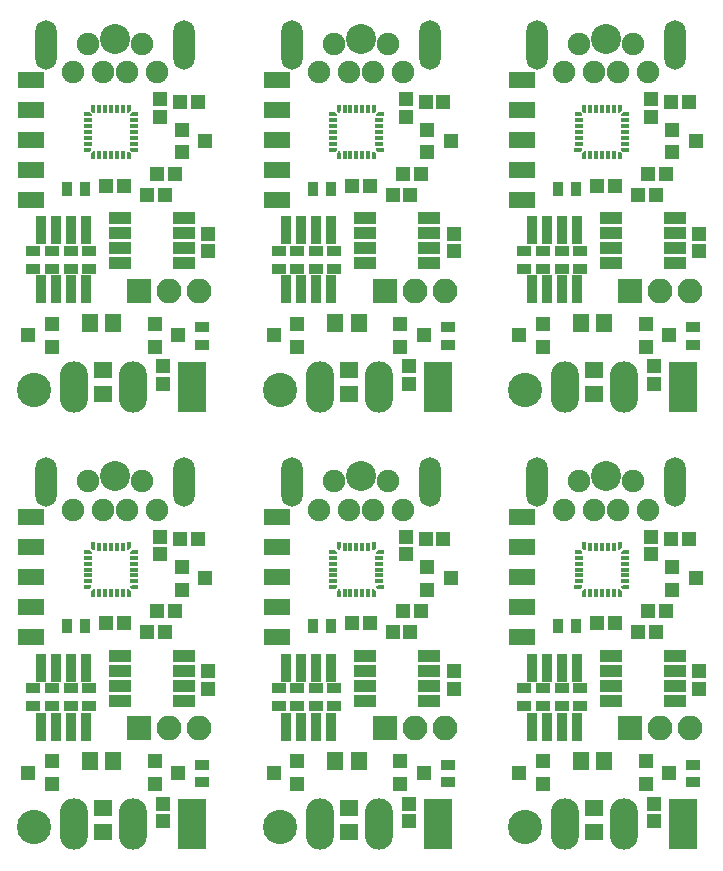
<source format=gts>
%MOIN*%
%OFA0B0*%
%FSLAX46Y46*%
%IPPOS*%
%LPD*%
%ADD10R,0.051181102362204731X0.035433070866141732*%
%ADD11R,0.093700787401574809X0.17165354330708663*%
%ADD12O,0.093700787401574809X0.17165354330708663*%
%ADD13R,0.064960629921259838X0.055118110236220472*%
%ADD14R,0.035748031496062996X0.094488188976377951*%
%ADD15R,0.035433070866141732X0.051181102362204731*%
%ADD16R,0.051181102362204731X0.047244094488188976*%
%ADD17R,0.086614173228346469X0.055118110236220472*%
%ADD18R,0.02763779527559055X0.01188976377952756*%
%ADD19R,0.01188976377952756X0.02763779527559055*%
%ADD20R,0.0040157480314960631X0.0040157480314960631*%
%ADD21C,0.008425196850393701*%
%ADD22C,0.0039370078740157488*%
%ADD23R,0.0059842519685039371X0.0059842519685039371*%
%ADD24R,0.019763779527559058X0.01188976377952756*%
%ADD25R,0.01188976377952756X0.019763779527559058*%
%ADD26C,0.1*%
%ADD27C,0.1141732283464567*%
%ADD28R,0.0452755905511811X0.047244094488188976*%
%ADD29R,0.082677165354330714X0.082677165354330714*%
%ADD30O,0.082677165354330714X0.082677165354330714*%
%ADD31C,0.074848031496062992*%
%ADD32O,0.070866141732283464X0.16535433070866143*%
%ADD33C,0.074803149606299218*%
%ADD34R,0.055118110236220472X0.064960629921259838*%
%ADD35R,0.076771653543307089X0.03937007874015748*%
%ADD36R,0.047244094488188976X0.0452755905511811*%
%ADD47R,0.051181102362204731X0.035433070866141732*%
%ADD48R,0.093700787401574809X0.17165354330708663*%
%ADD49O,0.093700787401574809X0.17165354330708663*%
%ADD50R,0.064960629921259838X0.055118110236220472*%
%ADD51R,0.035748031496062996X0.094488188976377951*%
%ADD52R,0.035433070866141732X0.051181102362204731*%
%ADD53R,0.051181102362204731X0.047244094488188976*%
%ADD54R,0.086614173228346469X0.055118110236220472*%
%ADD55R,0.02763779527559055X0.01188976377952756*%
%ADD56R,0.01188976377952756X0.02763779527559055*%
%ADD57R,0.0040157480314960631X0.0040157480314960631*%
%ADD58C,0.008425196850393701*%
%ADD59C,0.0039370078740157488*%
%ADD60R,0.0059842519685039371X0.0059842519685039371*%
%ADD61R,0.019763779527559058X0.01188976377952756*%
%ADD62R,0.01188976377952756X0.019763779527559058*%
%ADD63C,0.1*%
%ADD64C,0.1141732283464567*%
%ADD65R,0.0452755905511811X0.047244094488188976*%
%ADD66R,0.082677165354330714X0.082677165354330714*%
%ADD67O,0.082677165354330714X0.082677165354330714*%
%ADD68C,0.074848031496062992*%
%ADD69O,0.070866141732283464X0.16535433070866143*%
%ADD70C,0.074803149606299218*%
%ADD71R,0.055118110236220472X0.064960629921259838*%
%ADD72R,0.076771653543307089X0.03937007874015748*%
%ADD73R,0.047244094488188976X0.0452755905511811*%
%ADD84R,0.051181102362204731X0.035433070866141732*%
%ADD85R,0.093700787401574809X0.17165354330708663*%
%ADD86O,0.093700787401574809X0.17165354330708663*%
%ADD87R,0.064960629921259838X0.055118110236220472*%
%ADD88R,0.035748031496062996X0.094488188976377951*%
%ADD89R,0.035433070866141732X0.051181102362204731*%
%ADD90R,0.051181102362204731X0.047244094488188976*%
%ADD91R,0.086614173228346469X0.055118110236220472*%
%ADD92R,0.02763779527559055X0.01188976377952756*%
%ADD93R,0.01188976377952756X0.02763779527559055*%
%ADD94R,0.0040157480314960631X0.0040157480314960631*%
%ADD95C,0.008425196850393701*%
%ADD96C,0.0039370078740157488*%
%ADD97R,0.0059842519685039371X0.0059842519685039371*%
%ADD98R,0.019763779527559058X0.01188976377952756*%
%ADD99R,0.01188976377952756X0.019763779527559058*%
%ADD100C,0.1*%
%ADD101C,0.1141732283464567*%
%ADD102R,0.0452755905511811X0.047244094488188976*%
%ADD103R,0.082677165354330714X0.082677165354330714*%
%ADD104O,0.082677165354330714X0.082677165354330714*%
%ADD105C,0.074848031496062992*%
%ADD106O,0.070866141732283464X0.16535433070866143*%
%ADD107C,0.074803149606299218*%
%ADD108R,0.055118110236220472X0.064960629921259838*%
%ADD109R,0.076771653543307089X0.03937007874015748*%
%ADD110R,0.047244094488188976X0.0452755905511811*%
%ADD121R,0.051181102362204731X0.035433070866141732*%
%ADD122R,0.093700787401574809X0.17165354330708663*%
%ADD123O,0.093700787401574809X0.17165354330708663*%
%ADD124R,0.064960629921259838X0.055118110236220472*%
%ADD125R,0.035748031496062996X0.094488188976377951*%
%ADD126R,0.035433070866141732X0.051181102362204731*%
%ADD127R,0.051181102362204731X0.047244094488188976*%
%ADD128R,0.086614173228346469X0.055118110236220472*%
%ADD129R,0.02763779527559055X0.01188976377952756*%
%ADD130R,0.01188976377952756X0.02763779527559055*%
%ADD131R,0.0040157480314960631X0.0040157480314960631*%
%ADD132C,0.008425196850393701*%
%ADD133C,0.0039370078740157488*%
%ADD134R,0.0059842519685039371X0.0059842519685039371*%
%ADD135R,0.019763779527559058X0.01188976377952756*%
%ADD136R,0.01188976377952756X0.019763779527559058*%
%ADD137C,0.1*%
%ADD138C,0.1141732283464567*%
%ADD139R,0.0452755905511811X0.047244094488188976*%
%ADD140R,0.082677165354330714X0.082677165354330714*%
%ADD141O,0.082677165354330714X0.082677165354330714*%
%ADD142C,0.074848031496062992*%
%ADD143O,0.070866141732283464X0.16535433070866143*%
%ADD144C,0.074803149606299218*%
%ADD145R,0.055118110236220472X0.064960629921259838*%
%ADD146R,0.076771653543307089X0.03937007874015748*%
%ADD147R,0.047244094488188976X0.0452755905511811*%
%ADD158R,0.051181102362204731X0.035433070866141732*%
%ADD159R,0.093700787401574809X0.17165354330708663*%
%ADD160O,0.093700787401574809X0.17165354330708663*%
%ADD161R,0.064960629921259838X0.055118110236220472*%
%ADD162R,0.035748031496062996X0.094488188976377951*%
%ADD163R,0.035433070866141732X0.051181102362204731*%
%ADD164R,0.051181102362204731X0.047244094488188976*%
%ADD165R,0.086614173228346469X0.055118110236220472*%
%ADD166R,0.02763779527559055X0.01188976377952756*%
%ADD167R,0.01188976377952756X0.02763779527559055*%
%ADD168R,0.0040157480314960631X0.0040157480314960631*%
%ADD169C,0.008425196850393701*%
%ADD170C,0.0039370078740157488*%
%ADD171R,0.0059842519685039371X0.0059842519685039371*%
%ADD172R,0.019763779527559058X0.01188976377952756*%
%ADD173R,0.01188976377952756X0.019763779527559058*%
%ADD174C,0.1*%
%ADD175C,0.1141732283464567*%
%ADD176R,0.0452755905511811X0.047244094488188976*%
%ADD177R,0.082677165354330714X0.082677165354330714*%
%ADD178O,0.082677165354330714X0.082677165354330714*%
%ADD179C,0.074848031496062992*%
%ADD180O,0.070866141732283464X0.16535433070866143*%
%ADD181C,0.074803149606299218*%
%ADD182R,0.055118110236220472X0.064960629921259838*%
%ADD183R,0.076771653543307089X0.03937007874015748*%
%ADD184R,0.047244094488188976X0.0452755905511811*%
%ADD195R,0.051181102362204731X0.035433070866141732*%
%ADD196R,0.093700787401574809X0.17165354330708663*%
%ADD197O,0.093700787401574809X0.17165354330708663*%
%ADD198R,0.064960629921259838X0.055118110236220472*%
%ADD199R,0.035748031496062996X0.094488188976377951*%
%ADD200R,0.035433070866141732X0.051181102362204731*%
%ADD201R,0.051181102362204731X0.047244094488188976*%
%ADD202R,0.086614173228346469X0.055118110236220472*%
%ADD203R,0.02763779527559055X0.01188976377952756*%
%ADD204R,0.01188976377952756X0.02763779527559055*%
%ADD205R,0.0040157480314960631X0.0040157480314960631*%
%ADD206C,0.008425196850393701*%
%ADD207C,0.0039370078740157488*%
%ADD208R,0.0059842519685039371X0.0059842519685039371*%
%ADD209R,0.019763779527559058X0.01188976377952756*%
%ADD210R,0.01188976377952756X0.019763779527559058*%
%ADD211C,0.1*%
%ADD212C,0.1141732283464567*%
%ADD213R,0.0452755905511811X0.047244094488188976*%
%ADD214R,0.082677165354330714X0.082677165354330714*%
%ADD215O,0.082677165354330714X0.082677165354330714*%
%ADD216C,0.074848031496062992*%
%ADD217O,0.070866141732283464X0.16535433070866143*%
%ADD218C,0.074803149606299218*%
%ADD219R,0.055118110236220472X0.064960629921259838*%
%ADD220R,0.076771653543307089X0.03937007874015748*%
%ADD221R,0.047244094488188976X0.0452755905511811*%
%LPD*%
G01*
D10*
X0000818110Y0002798110D02*
X0000946110Y0001962582D03*
X0000946110Y0002021637D03*
D11*
X0001414960Y0001568109D03*
D12*
X0001218110Y0001568109D03*
X0001021258Y0001568109D03*
D13*
X0001118110Y0001623479D03*
X0001118110Y0001544740D03*
D14*
X0000909110Y0002090535D03*
X0000959110Y0002090535D03*
X0001009110Y0002090535D03*
X0001059110Y0002090535D03*
X0001059110Y0001893683D03*
X0001009110Y0001893683D03*
X0000959110Y0001893683D03*
X0000909110Y0001893683D03*
D15*
X0001057637Y0002228110D03*
X0000998582Y0002228110D03*
D16*
X0001378740Y0002425511D03*
X0001378740Y0002350708D03*
X0001457480Y0002388110D03*
D17*
X0000878109Y0002192110D03*
X0000878109Y0002492110D03*
X0000878109Y0002392110D03*
X0000878109Y0002592110D03*
X0000878109Y0002292110D03*
D18*
X0001066535Y0002457165D03*
D19*
X0001103937Y0002494566D03*
X0001182677Y0002494566D03*
D18*
X0001220078Y0002457165D03*
X0001066535Y0002378425D03*
X0001220078Y0002398110D03*
D19*
X0001162992Y0002341023D03*
X0001123622Y0002341023D03*
D20*
X0001088188Y0002362677D03*
X0001088188Y0002472913D03*
X0001198425Y0002472913D03*
X0001198425Y0002362677D03*
D21*
X0001202477Y0002488776D03*
D22*
G36*
X0001208434Y0002488776D02*
X0001202477Y0002482818D01*
X0001196519Y0002488776D01*
X0001202477Y0002494733D01*
X0001208434Y0002488776D01*
X0001208434Y0002488776D01*
G37*
D21*
X0001202677Y0002346814D03*
D22*
G36*
X0001208634Y0002346814D02*
X0001202677Y0002340856D01*
X0001196719Y0002346814D01*
X0001202677Y0002352771D01*
X0001208634Y0002346814D01*
X0001208634Y0002346814D01*
G37*
D21*
X0001083937Y0002488576D03*
D22*
G36*
X0001089894Y0002488576D02*
X0001083937Y0002482618D01*
X0001077979Y0002488576D01*
X0001083937Y0002494533D01*
X0001089894Y0002488576D01*
X0001089894Y0002488576D01*
G37*
D21*
X0001083907Y0002346995D03*
D22*
G36*
X0001089864Y0002346995D02*
X0001083907Y0002341037D01*
X0001077949Y0002346995D01*
X0001083907Y0002352952D01*
X0001089864Y0002346995D01*
X0001089864Y0002346995D01*
G37*
D21*
X0001214288Y0002476965D03*
D22*
G36*
X0001220245Y0002476965D02*
X0001214288Y0002471007D01*
X0001208330Y0002476965D01*
X0001214288Y0002482922D01*
X0001220245Y0002476965D01*
X0001220245Y0002476965D01*
G37*
D21*
X0001214488Y0002358425D03*
D22*
G36*
X0001220445Y0002358425D02*
X0001214488Y0002352467D01*
X0001208530Y0002358425D01*
X0001214488Y0002364382D01*
X0001220445Y0002358425D01*
X0001220445Y0002358425D01*
G37*
D21*
X0001072525Y0002476965D03*
D22*
G36*
X0001078483Y0002476965D02*
X0001072525Y0002471007D01*
X0001066568Y0002476965D01*
X0001072525Y0002482922D01*
X0001078483Y0002476965D01*
X0001078483Y0002476965D01*
G37*
D21*
X0001072107Y0002358595D03*
D22*
G36*
X0001078064Y0002358595D02*
X0001072107Y0002352637D01*
X0001066149Y0002358595D01*
X0001072107Y0002364552D01*
X0001078064Y0002358595D01*
X0001078064Y0002358595D01*
G37*
D23*
X0001075107Y0002361577D03*
X0001075478Y0002474012D03*
X0001086889Y0002485623D03*
X0001199524Y0002485823D03*
X0001211335Y0002474012D03*
X0001211535Y0002361377D03*
X0001199724Y0002349766D03*
X0001086907Y0002349995D03*
D24*
X0001062307Y0002358595D03*
D18*
X0001066535Y0002398110D03*
X0001066535Y0002417795D03*
X0001066535Y0002437480D03*
D24*
X0001062707Y0002476965D03*
D25*
X0001083907Y0002498595D03*
D19*
X0001123622Y0002494566D03*
X0001143307Y0002494566D03*
X0001162992Y0002494566D03*
D25*
X0001202507Y0002498595D03*
D24*
X0001224107Y0002476995D03*
D18*
X0001220078Y0002437480D03*
X0001220078Y0002417795D03*
X0001220078Y0002378425D03*
D24*
X0001224307Y0002358395D03*
D25*
X0001202677Y0002336995D03*
D19*
X0001182677Y0002341023D03*
X0001143307Y0002341023D03*
X0001103937Y0002341023D03*
D25*
X0001083937Y0002337124D03*
D26*
X0001158110Y0002728110D03*
D27*
X0000888110Y0001558110D03*
D28*
X0001318110Y0001637636D03*
X0001318110Y0001578582D03*
D10*
X0001448110Y0001767637D03*
X0001448110Y0001708582D03*
D16*
X0000946850Y0001703307D03*
X0000946850Y0001778110D03*
X0000868110Y0001740708D03*
D29*
X0001238110Y0001888110D03*
D30*
X0001338110Y0001888110D03*
X0001438110Y0001888110D03*
D10*
X0001010110Y0001962582D03*
X0001010110Y0002021637D03*
X0000884109Y0001962582D03*
X0000884109Y0002021637D03*
X0001070110Y0001963055D03*
X0001070110Y0002022110D03*
D16*
X0001289370Y0001778110D03*
X0001289370Y0001703307D03*
X0001368110Y0001740708D03*
D31*
X0001298144Y0002618026D03*
X0001198144Y0002618026D03*
X0001118144Y0002618026D03*
X0001018143Y0002618026D03*
D32*
X0001388110Y0002708110D03*
X0000928110Y0002708110D03*
D33*
X0001068110Y0002713110D03*
X0001248110Y0002713110D03*
D34*
X0001151480Y0001780110D03*
X0001072740Y0001780110D03*
D35*
X0001173811Y0001981110D03*
X0001173811Y0002031110D03*
X0001173811Y0002081109D03*
X0001173811Y0002131110D03*
X0001386409Y0002131110D03*
X0001386409Y0002081109D03*
X0001386409Y0002031110D03*
X0001386409Y0001981110D03*
D28*
X0001467763Y0002079637D03*
X0001467763Y0002020582D03*
D36*
X0001323290Y0002208110D03*
X0001264236Y0002208110D03*
X0001433637Y0002518110D03*
X0001374582Y0002518110D03*
X0001298581Y0002278110D03*
X0001357637Y0002278110D03*
D28*
X0001308110Y0002468582D03*
X0001308110Y0002527637D03*
D36*
X0001128582Y0002238110D03*
X0001187637Y0002238110D03*
G01*
D47*
X0001636220Y0002798110D02*
X0001764220Y0001962582D03*
X0001764220Y0002021637D03*
D48*
X0002233070Y0001568109D03*
D49*
X0002036220Y0001568109D03*
X0001839370Y0001568109D03*
D50*
X0001936220Y0001623479D03*
X0001936220Y0001544740D03*
D51*
X0001727220Y0002090535D03*
X0001777220Y0002090535D03*
X0001827220Y0002090535D03*
X0001877220Y0002090535D03*
X0001877220Y0001893683D03*
X0001827220Y0001893683D03*
X0001777220Y0001893683D03*
X0001727220Y0001893683D03*
D52*
X0001875748Y0002228110D03*
X0001816692Y0002228110D03*
D53*
X0002196850Y0002425511D03*
X0002196850Y0002350708D03*
X0002275590Y0002388110D03*
D54*
X0001696220Y0002192110D03*
X0001696220Y0002492110D03*
X0001696220Y0002392110D03*
X0001696220Y0002592110D03*
X0001696220Y0002292110D03*
D55*
X0001884645Y0002457165D03*
D56*
X0001922047Y0002494566D03*
X0002000786Y0002494566D03*
D55*
X0002038189Y0002457165D03*
X0001884645Y0002378425D03*
X0002038189Y0002398110D03*
D56*
X0001981101Y0002341023D03*
X0001941731Y0002341023D03*
D57*
X0001906299Y0002362677D03*
X0001906299Y0002472913D03*
X0002016535Y0002472913D03*
X0002016535Y0002362677D03*
D58*
X0002020587Y0002488776D03*
D59*
G36*
X0002026544Y0002488776D02*
X0002020587Y0002482818D01*
X0002014628Y0002488776D01*
X0002020587Y0002494733D01*
X0002026544Y0002488776D01*
X0002026544Y0002488776D01*
G37*
D58*
X0002020787Y0002346814D03*
D59*
G36*
X0002026743Y0002346814D02*
X0002020787Y0002340856D01*
X0002014829Y0002346814D01*
X0002020787Y0002352771D01*
X0002026743Y0002346814D01*
X0002026743Y0002346814D01*
G37*
D58*
X0001902047Y0002488576D03*
D59*
G36*
X0001908004Y0002488576D02*
X0001902047Y0002482618D01*
X0001896089Y0002488576D01*
X0001902047Y0002494533D01*
X0001908004Y0002488576D01*
X0001908004Y0002488576D01*
G37*
D58*
X0001902017Y0002346995D03*
D59*
G36*
X0001907974Y0002346995D02*
X0001902017Y0002341037D01*
X0001896059Y0002346995D01*
X0001902017Y0002352952D01*
X0001907974Y0002346995D01*
X0001907974Y0002346995D01*
G37*
D58*
X0002032398Y0002476965D03*
D59*
G36*
X0002038355Y0002476965D02*
X0002032398Y0002471007D01*
X0002026440Y0002476965D01*
X0002032398Y0002482922D01*
X0002038355Y0002476965D01*
X0002038355Y0002476965D01*
G37*
D58*
X0002032598Y0002358425D03*
D59*
G36*
X0002038555Y0002358425D02*
X0002032598Y0002352467D01*
X0002026640Y0002358425D01*
X0002032598Y0002364382D01*
X0002038555Y0002358425D01*
X0002038555Y0002358425D01*
G37*
D58*
X0001890636Y0002476965D03*
D59*
G36*
X0001896593Y0002476965D02*
X0001890636Y0002471007D01*
X0001884678Y0002476965D01*
X0001890636Y0002482922D01*
X0001896593Y0002476965D01*
X0001896593Y0002476965D01*
G37*
D58*
X0001890217Y0002358595D03*
D59*
G36*
X0001896174Y0002358595D02*
X0001890217Y0002352637D01*
X0001884259Y0002358595D01*
X0001890217Y0002364552D01*
X0001896174Y0002358595D01*
X0001896174Y0002358595D01*
G37*
D60*
X0001893217Y0002361577D03*
X0001893589Y0002474012D03*
X0001905000Y0002485623D03*
X0002017634Y0002485823D03*
X0002029445Y0002474012D03*
X0002029645Y0002361377D03*
X0002017834Y0002349766D03*
X0001905017Y0002349995D03*
D61*
X0001880417Y0002358595D03*
D55*
X0001884645Y0002398110D03*
X0001884645Y0002417795D03*
X0001884645Y0002437480D03*
D61*
X0001880817Y0002476965D03*
D62*
X0001902017Y0002498595D03*
D56*
X0001941731Y0002494566D03*
X0001961417Y0002494566D03*
X0001981101Y0002494566D03*
D62*
X0002020617Y0002498595D03*
D61*
X0002042217Y0002476995D03*
D55*
X0002038189Y0002437480D03*
X0002038189Y0002417795D03*
X0002038189Y0002378425D03*
D61*
X0002042417Y0002358395D03*
D62*
X0002020787Y0002336995D03*
D56*
X0002000786Y0002341023D03*
X0001961417Y0002341023D03*
X0001922047Y0002341023D03*
D62*
X0001902047Y0002337124D03*
D63*
X0001976220Y0002728110D03*
D64*
X0001706220Y0001558110D03*
D65*
X0002136220Y0001637636D03*
X0002136220Y0001578582D03*
D47*
X0002266220Y0001767637D03*
X0002266220Y0001708582D03*
D53*
X0001764960Y0001703307D03*
X0001764960Y0001778110D03*
X0001686220Y0001740708D03*
D66*
X0002056220Y0001888110D03*
D67*
X0002156220Y0001888110D03*
X0002256220Y0001888110D03*
D47*
X0001828219Y0001962582D03*
X0001828219Y0002021637D03*
X0001702220Y0001962582D03*
X0001702220Y0002021637D03*
X0001888220Y0001963055D03*
X0001888220Y0002022110D03*
D53*
X0002107480Y0001778110D03*
X0002107480Y0001703307D03*
X0002186220Y0001740708D03*
D68*
X0002116254Y0002618026D03*
X0002016254Y0002618026D03*
X0001936254Y0002618026D03*
X0001836254Y0002618026D03*
D69*
X0002206220Y0002708110D03*
X0001746220Y0002708110D03*
D70*
X0001886220Y0002713110D03*
X0002066220Y0002713110D03*
D71*
X0001969590Y0001780110D03*
X0001890850Y0001780110D03*
D72*
X0001991921Y0001981110D03*
X0001991921Y0002031110D03*
X0001991921Y0002081109D03*
X0001991921Y0002131110D03*
X0002204519Y0002131110D03*
X0002204519Y0002081109D03*
X0002204519Y0002031110D03*
X0002204519Y0001981110D03*
D65*
X0002285874Y0002079637D03*
X0002285874Y0002020582D03*
D73*
X0002141401Y0002208110D03*
X0002082345Y0002208110D03*
X0002251748Y0002518110D03*
X0002192692Y0002518110D03*
X0002116692Y0002278110D03*
X0002175748Y0002278110D03*
D65*
X0002126220Y0002468582D03*
X0002126220Y0002527637D03*
D73*
X0001946692Y0002238110D03*
X0002005748Y0002238110D03*
G04 next file*
%LPD*%
G01*
D84*
X0000000000Y0001339999D02*
X0000128000Y0000504472D03*
X0000128000Y0000563527D03*
D85*
X0000596850Y0000109999D03*
D86*
X0000400000Y0000109999D03*
X0000203149Y0000109999D03*
D87*
X0000300000Y0000165370D03*
X0000300000Y0000086629D03*
D88*
X0000091000Y0000632425D03*
X0000141000Y0000632425D03*
X0000191000Y0000632425D03*
X0000241000Y0000632425D03*
X0000241000Y0000435574D03*
X0000191000Y0000435574D03*
X0000141000Y0000435574D03*
X0000091000Y0000435574D03*
D89*
X0000239527Y0000769999D03*
X0000180472Y0000769999D03*
D90*
X0000560629Y0000967401D03*
X0000560629Y0000892598D03*
X0000639370Y0000929999D03*
D91*
X0000060000Y0000733999D03*
X0000060000Y0001033998D03*
X0000060000Y0000933999D03*
X0000060000Y0001133999D03*
X0000060000Y0000833999D03*
D92*
X0000248425Y0000999055D03*
D93*
X0000285826Y0001036456D03*
X0000364566Y0001036456D03*
D92*
X0000401968Y0000999055D03*
X0000248425Y0000920314D03*
X0000401968Y0000939999D03*
D93*
X0000344880Y0000882913D03*
X0000305511Y0000882913D03*
D94*
X0000270078Y0000904566D03*
X0000270078Y0001014802D03*
X0000380314Y0001014802D03*
X0000380314Y0000904566D03*
D95*
X0000384366Y0001030666D03*
D96*
G36*
X0000390323Y0001030666D02*
X0000384366Y0001024708D01*
X0000378409Y0001030666D01*
X0000384366Y0001036623D01*
X0000390323Y0001030666D01*
X0000390323Y0001030666D01*
G37*
D95*
X0000384566Y0000888703D03*
D96*
G36*
X0000390523Y0000888703D02*
X0000384566Y0000882746D01*
X0000378609Y0000888703D01*
X0000384566Y0000894661D01*
X0000390523Y0000888703D01*
X0000390523Y0000888703D01*
G37*
D95*
X0000265826Y0001030466D03*
D96*
G36*
X0000271784Y0001030466D02*
X0000265826Y0001024508D01*
X0000259869Y0001030466D01*
X0000265826Y0001036423D01*
X0000271784Y0001030466D01*
X0000271784Y0001030466D01*
G37*
D95*
X0000265796Y0000888885D03*
D96*
G36*
X0000271754Y0000888885D02*
X0000265796Y0000882927D01*
X0000259839Y0000888885D01*
X0000265796Y0000894841D01*
X0000271754Y0000888885D01*
X0000271754Y0000888885D01*
G37*
D95*
X0000396177Y0001018855D03*
D96*
G36*
X0000402135Y0001018855D02*
X0000396177Y0001012896D01*
X0000390220Y0001018855D01*
X0000396177Y0001024812D01*
X0000402135Y0001018855D01*
X0000402135Y0001018855D01*
G37*
D95*
X0000396377Y0000900314D03*
D96*
G36*
X0000402335Y0000900314D02*
X0000396377Y0000894356D01*
X0000390420Y0000900314D01*
X0000396377Y0000906272D01*
X0000402335Y0000900314D01*
X0000402335Y0000900314D01*
G37*
D95*
X0000254415Y0001018855D03*
D96*
G36*
X0000260373Y0001018855D02*
X0000254415Y0001012896D01*
X0000248458Y0001018855D01*
X0000254415Y0001024812D01*
X0000260373Y0001018855D01*
X0000260373Y0001018855D01*
G37*
D95*
X0000253996Y0000900485D03*
D96*
G36*
X0000259954Y0000900485D02*
X0000253996Y0000894527D01*
X0000248039Y0000900485D01*
X0000253996Y0000906442D01*
X0000259954Y0000900485D01*
X0000259954Y0000900485D01*
G37*
D97*
X0000256996Y0000903467D03*
X0000257368Y0001015902D03*
X0000268779Y0001027512D03*
X0000381414Y0001027713D03*
X0000393225Y0001015902D03*
X0000393425Y0000903266D03*
X0000381614Y0000891656D03*
X0000268796Y0000891885D03*
D98*
X0000244196Y0000900485D03*
D92*
X0000248425Y0000939999D03*
X0000248425Y0000959685D03*
X0000248425Y0000979370D03*
D98*
X0000244596Y0001018855D03*
D99*
X0000265796Y0001040484D03*
D93*
X0000305511Y0001036456D03*
X0000325196Y0001036456D03*
X0000344880Y0001036456D03*
D99*
X0000384396Y0001040484D03*
D98*
X0000405996Y0001018885D03*
D92*
X0000401968Y0000979370D03*
X0000401968Y0000959685D03*
X0000401968Y0000920314D03*
D98*
X0000406196Y0000900285D03*
D99*
X0000384566Y0000878885D03*
D93*
X0000364566Y0000882913D03*
X0000325196Y0000882913D03*
X0000285826Y0000882913D03*
D99*
X0000265826Y0000879014D03*
D100*
X0000339999Y0001269999D03*
D101*
X0000070000Y0000099999D03*
D102*
X0000500000Y0000179527D03*
X0000500000Y0000120472D03*
D84*
X0000629998Y0000309527D03*
X0000629998Y0000250471D03*
D90*
X0000128740Y0000245196D03*
X0000128740Y0000319998D03*
X0000050000Y0000282598D03*
D103*
X0000420000Y0000429999D03*
D104*
X0000520000Y0000429999D03*
X0000620000Y0000429999D03*
D84*
X0000192000Y0000504472D03*
X0000192000Y0000563527D03*
X0000066000Y0000504472D03*
X0000066000Y0000563527D03*
X0000252000Y0000504943D03*
X0000252000Y0000563999D03*
D90*
X0000471259Y0000319998D03*
X0000471259Y0000245196D03*
X0000550000Y0000282598D03*
D105*
X0000480033Y0001159916D03*
X0000380033Y0001159916D03*
X0000300033Y0001159916D03*
X0000200033Y0001159916D03*
D106*
X0000570000Y0001249999D03*
X0000110000Y0001249999D03*
D107*
X0000250000Y0001254999D03*
X0000430000Y0001254999D03*
D108*
X0000333370Y0000321999D03*
X0000254629Y0000321999D03*
D109*
X0000355700Y0000522999D03*
X0000355700Y0000572999D03*
X0000355700Y0000622999D03*
X0000355700Y0000672999D03*
X0000568299Y0000672999D03*
X0000568299Y0000622999D03*
X0000568299Y0000572999D03*
X0000568299Y0000522999D03*
D102*
X0000649653Y0000621527D03*
X0000649653Y0000562472D03*
D110*
X0000505181Y0000749999D03*
X0000446125Y0000749999D03*
X0000615527Y0001059999D03*
X0000556472Y0001059999D03*
X0000480472Y0000819999D03*
X0000539527Y0000819999D03*
D102*
X0000490000Y0001010472D03*
X0000490000Y0001069527D03*
D110*
X0000310472Y0000779999D03*
X0000369526Y0000779999D03*
G01*
D121*
X0000000000Y0002798110D02*
X0000128000Y0001962582D03*
X0000128000Y0002021637D03*
D122*
X0000596850Y0001568108D03*
D123*
X0000400000Y0001568108D03*
X0000203149Y0001568108D03*
D124*
X0000300000Y0001623479D03*
X0000300000Y0001544740D03*
D125*
X0000091000Y0002090535D03*
X0000141000Y0002090535D03*
X0000191000Y0002090535D03*
X0000241000Y0002090535D03*
X0000241000Y0001893683D03*
X0000191000Y0001893683D03*
X0000141000Y0001893683D03*
X0000091000Y0001893683D03*
D126*
X0000239527Y0002228110D03*
X0000180472Y0002228110D03*
D127*
X0000560629Y0002425511D03*
X0000560629Y0002350708D03*
X0000639370Y0002388110D03*
D128*
X0000060000Y0002192110D03*
X0000060000Y0002492110D03*
X0000060000Y0002392110D03*
X0000060000Y0002592110D03*
X0000060000Y0002292110D03*
D129*
X0000248425Y0002457165D03*
D130*
X0000285826Y0002494566D03*
X0000364566Y0002494566D03*
D129*
X0000401968Y0002457165D03*
X0000248425Y0002378425D03*
X0000401968Y0002398110D03*
D130*
X0000344880Y0002341023D03*
X0000305511Y0002341023D03*
D131*
X0000270078Y0002362677D03*
X0000270078Y0002472913D03*
X0000380314Y0002472913D03*
X0000380314Y0002362677D03*
D132*
X0000384366Y0002488776D03*
D133*
G36*
X0000390323Y0002488776D02*
X0000384366Y0002482818D01*
X0000378409Y0002488776D01*
X0000384366Y0002494733D01*
X0000390323Y0002488776D01*
X0000390323Y0002488776D01*
G37*
D132*
X0000384566Y0002346814D03*
D133*
G36*
X0000390523Y0002346814D02*
X0000384566Y0002340856D01*
X0000378609Y0002346814D01*
X0000384566Y0002352771D01*
X0000390523Y0002346814D01*
X0000390523Y0002346814D01*
G37*
D132*
X0000265826Y0002488576D03*
D133*
G36*
X0000271784Y0002488576D02*
X0000265826Y0002482618D01*
X0000259869Y0002488576D01*
X0000265826Y0002494533D01*
X0000271784Y0002488576D01*
X0000271784Y0002488576D01*
G37*
D132*
X0000265796Y0002346995D03*
D133*
G36*
X0000271754Y0002346995D02*
X0000265796Y0002341037D01*
X0000259839Y0002346995D01*
X0000265796Y0002352952D01*
X0000271754Y0002346995D01*
X0000271754Y0002346995D01*
G37*
D132*
X0000396177Y0002476965D03*
D133*
G36*
X0000402135Y0002476965D02*
X0000396177Y0002471007D01*
X0000390220Y0002476965D01*
X0000396177Y0002482922D01*
X0000402135Y0002476965D01*
X0000402135Y0002476965D01*
G37*
D132*
X0000396377Y0002358425D03*
D133*
G36*
X0000402335Y0002358425D02*
X0000396377Y0002352467D01*
X0000390420Y0002358425D01*
X0000396377Y0002364382D01*
X0000402335Y0002358425D01*
X0000402335Y0002358425D01*
G37*
D132*
X0000254415Y0002476965D03*
D133*
G36*
X0000260373Y0002476965D02*
X0000254415Y0002471007D01*
X0000248458Y0002476965D01*
X0000254415Y0002482922D01*
X0000260373Y0002476965D01*
X0000260373Y0002476965D01*
G37*
D132*
X0000253996Y0002358595D03*
D133*
G36*
X0000259954Y0002358595D02*
X0000253996Y0002352637D01*
X0000248039Y0002358595D01*
X0000253996Y0002364552D01*
X0000259954Y0002358595D01*
X0000259954Y0002358595D01*
G37*
D134*
X0000256996Y0002361577D03*
X0000257368Y0002474012D03*
X0000268779Y0002485623D03*
X0000381414Y0002485823D03*
X0000393225Y0002474012D03*
X0000393425Y0002361377D03*
X0000381614Y0002349766D03*
X0000268796Y0002349995D03*
D135*
X0000244196Y0002358595D03*
D129*
X0000248425Y0002398110D03*
X0000248425Y0002417795D03*
X0000248425Y0002437480D03*
D135*
X0000244596Y0002476965D03*
D136*
X0000265796Y0002498595D03*
D130*
X0000305511Y0002494566D03*
X0000325196Y0002494566D03*
X0000344880Y0002494566D03*
D136*
X0000384396Y0002498595D03*
D135*
X0000405996Y0002476995D03*
D129*
X0000401968Y0002437480D03*
X0000401968Y0002417795D03*
X0000401968Y0002378425D03*
D135*
X0000406196Y0002358395D03*
D136*
X0000384566Y0002336995D03*
D130*
X0000364566Y0002341023D03*
X0000325196Y0002341023D03*
X0000285826Y0002341023D03*
D136*
X0000265826Y0002337124D03*
D137*
X0000339999Y0002728110D03*
D138*
X0000070000Y0001558110D03*
D139*
X0000500000Y0001637635D03*
X0000500000Y0001578582D03*
D121*
X0000629998Y0001767637D03*
X0000629998Y0001708582D03*
D127*
X0000128740Y0001703307D03*
X0000128740Y0001778110D03*
X0000050000Y0001740708D03*
D140*
X0000420000Y0001888110D03*
D141*
X0000520000Y0001888110D03*
X0000620000Y0001888110D03*
D121*
X0000192000Y0001962582D03*
X0000192000Y0002021637D03*
X0000066000Y0001962582D03*
X0000066000Y0002021637D03*
X0000252000Y0001963055D03*
X0000252000Y0002022110D03*
D127*
X0000471259Y0001778110D03*
X0000471259Y0001703307D03*
X0000550000Y0001740708D03*
D142*
X0000480033Y0002618026D03*
X0000380033Y0002618026D03*
X0000300033Y0002618026D03*
X0000200033Y0002618026D03*
D143*
X0000570000Y0002708110D03*
X0000110000Y0002708110D03*
D144*
X0000250000Y0002713110D03*
X0000430000Y0002713110D03*
D145*
X0000333370Y0001780110D03*
X0000254629Y0001780110D03*
D146*
X0000355700Y0001981110D03*
X0000355700Y0002031110D03*
X0000355700Y0002081109D03*
X0000355700Y0002131110D03*
X0000568299Y0002131110D03*
X0000568299Y0002081109D03*
X0000568299Y0002031110D03*
X0000568299Y0001981110D03*
D139*
X0000649653Y0002079637D03*
X0000649653Y0002020582D03*
D147*
X0000505181Y0002208110D03*
X0000446125Y0002208110D03*
X0000615527Y0002518110D03*
X0000556472Y0002518110D03*
X0000480472Y0002278110D03*
X0000539527Y0002278110D03*
D139*
X0000490000Y0002468582D03*
X0000490000Y0002527637D03*
D147*
X0000310472Y0002238110D03*
X0000369526Y0002238110D03*
G04 next file*
G01*
D158*
X0000818110Y0001339999D02*
X0000946110Y0000504472D03*
X0000946110Y0000563527D03*
D159*
X0001414960Y0000109999D03*
D160*
X0001218110Y0000109999D03*
X0001021258Y0000109999D03*
D161*
X0001118110Y0000165370D03*
X0001118110Y0000086629D03*
D162*
X0000909110Y0000632425D03*
X0000959110Y0000632425D03*
X0001009110Y0000632425D03*
X0001059110Y0000632425D03*
X0001059110Y0000435574D03*
X0001009110Y0000435574D03*
X0000959110Y0000435574D03*
X0000909110Y0000435574D03*
D163*
X0001057637Y0000769999D03*
X0000998582Y0000769999D03*
D164*
X0001378740Y0000967401D03*
X0001378740Y0000892598D03*
X0001457480Y0000929999D03*
D165*
X0000878109Y0000733999D03*
X0000878109Y0001033998D03*
X0000878109Y0000933999D03*
X0000878109Y0001133999D03*
X0000878109Y0000833999D03*
D166*
X0001066535Y0000999055D03*
D167*
X0001103937Y0001036456D03*
X0001182677Y0001036456D03*
D166*
X0001220078Y0000999055D03*
X0001066535Y0000920314D03*
X0001220078Y0000939999D03*
D167*
X0001162992Y0000882913D03*
X0001123622Y0000882913D03*
D168*
X0001088188Y0000904566D03*
X0001088188Y0001014802D03*
X0001198425Y0001014802D03*
X0001198425Y0000904566D03*
D169*
X0001202477Y0001030666D03*
D170*
G36*
X0001208434Y0001030666D02*
X0001202477Y0001024708D01*
X0001196519Y0001030666D01*
X0001202477Y0001036623D01*
X0001208434Y0001030666D01*
X0001208434Y0001030666D01*
G37*
D169*
X0001202677Y0000888703D03*
D170*
G36*
X0001208634Y0000888703D02*
X0001202677Y0000882746D01*
X0001196719Y0000888703D01*
X0001202677Y0000894661D01*
X0001208634Y0000888703D01*
X0001208634Y0000888703D01*
G37*
D169*
X0001083937Y0001030466D03*
D170*
G36*
X0001089894Y0001030466D02*
X0001083937Y0001024508D01*
X0001077979Y0001030466D01*
X0001083937Y0001036423D01*
X0001089894Y0001030466D01*
X0001089894Y0001030466D01*
G37*
D169*
X0001083907Y0000888885D03*
D170*
G36*
X0001089864Y0000888885D02*
X0001083907Y0000882927D01*
X0001077949Y0000888885D01*
X0001083907Y0000894841D01*
X0001089864Y0000888885D01*
X0001089864Y0000888885D01*
G37*
D169*
X0001214288Y0001018855D03*
D170*
G36*
X0001220245Y0001018855D02*
X0001214288Y0001012896D01*
X0001208330Y0001018855D01*
X0001214288Y0001024812D01*
X0001220245Y0001018855D01*
X0001220245Y0001018855D01*
G37*
D169*
X0001214488Y0000900314D03*
D170*
G36*
X0001220445Y0000900314D02*
X0001214488Y0000894356D01*
X0001208530Y0000900314D01*
X0001214488Y0000906272D01*
X0001220445Y0000900314D01*
X0001220445Y0000900314D01*
G37*
D169*
X0001072525Y0001018855D03*
D170*
G36*
X0001078483Y0001018855D02*
X0001072525Y0001012896D01*
X0001066568Y0001018855D01*
X0001072525Y0001024812D01*
X0001078483Y0001018855D01*
X0001078483Y0001018855D01*
G37*
D169*
X0001072107Y0000900485D03*
D170*
G36*
X0001078064Y0000900485D02*
X0001072107Y0000894527D01*
X0001066149Y0000900485D01*
X0001072107Y0000906442D01*
X0001078064Y0000900485D01*
X0001078064Y0000900485D01*
G37*
D171*
X0001075107Y0000903467D03*
X0001075478Y0001015902D03*
X0001086889Y0001027512D03*
X0001199524Y0001027713D03*
X0001211335Y0001015902D03*
X0001211535Y0000903266D03*
X0001199724Y0000891656D03*
X0001086907Y0000891885D03*
D172*
X0001062307Y0000900485D03*
D166*
X0001066535Y0000939999D03*
X0001066535Y0000959685D03*
X0001066535Y0000979370D03*
D172*
X0001062707Y0001018855D03*
D173*
X0001083907Y0001040484D03*
D167*
X0001123622Y0001036456D03*
X0001143307Y0001036456D03*
X0001162992Y0001036456D03*
D173*
X0001202507Y0001040484D03*
D172*
X0001224107Y0001018885D03*
D166*
X0001220078Y0000979370D03*
X0001220078Y0000959685D03*
X0001220078Y0000920314D03*
D172*
X0001224307Y0000900285D03*
D173*
X0001202677Y0000878885D03*
D167*
X0001182677Y0000882913D03*
X0001143307Y0000882913D03*
X0001103937Y0000882913D03*
D173*
X0001083937Y0000879014D03*
D174*
X0001158110Y0001269999D03*
D175*
X0000888110Y0000099999D03*
D176*
X0001318110Y0000179527D03*
X0001318110Y0000120472D03*
D158*
X0001448110Y0000309527D03*
X0001448110Y0000250471D03*
D164*
X0000946850Y0000245196D03*
X0000946850Y0000319998D03*
X0000868110Y0000282598D03*
D177*
X0001238110Y0000429999D03*
D178*
X0001338110Y0000429999D03*
X0001438110Y0000429999D03*
D158*
X0001010110Y0000504472D03*
X0001010110Y0000563527D03*
X0000884109Y0000504472D03*
X0000884109Y0000563527D03*
X0001070110Y0000504943D03*
X0001070110Y0000563999D03*
D164*
X0001289370Y0000319998D03*
X0001289370Y0000245196D03*
X0001368110Y0000282598D03*
D179*
X0001298144Y0001159916D03*
X0001198144Y0001159916D03*
X0001118144Y0001159916D03*
X0001018143Y0001159916D03*
D180*
X0001388110Y0001249999D03*
X0000928110Y0001249999D03*
D181*
X0001068110Y0001254999D03*
X0001248110Y0001254999D03*
D182*
X0001151480Y0000321999D03*
X0001072740Y0000321999D03*
D183*
X0001173811Y0000522999D03*
X0001173811Y0000572999D03*
X0001173811Y0000622999D03*
X0001173811Y0000672999D03*
X0001386409Y0000672999D03*
X0001386409Y0000622999D03*
X0001386409Y0000572999D03*
X0001386409Y0000522999D03*
D176*
X0001467763Y0000621527D03*
X0001467763Y0000562472D03*
D184*
X0001323290Y0000749999D03*
X0001264236Y0000749999D03*
X0001433637Y0001059999D03*
X0001374582Y0001059999D03*
X0001298581Y0000819999D03*
X0001357637Y0000819999D03*
D176*
X0001308110Y0001010472D03*
X0001308110Y0001069527D03*
D184*
X0001128582Y0000779999D03*
X0001187637Y0000779999D03*
G04 next file*
G04 #@! TF.GenerationSoftware,KiCad,Pcbnew,(2018-02-16 revision c95340fba)-makepkg*
G04 #@! TF.CreationDate,2018-05-25T20:47:33+02:00*
G04 #@! TF.ProjectId,LIN_USB_CONVERTER,4C494E5F5553425F434F4E5645525445,rev?*
G04 #@! TF.SameCoordinates,PX85b9e30PY4aad300*
G04 #@! TF.FileFunction,Soldermask,Top*
G04 #@! TF.FilePolarity,Negative*
G04 Gerber Fmt 4.6, Leading zero omitted, Abs format (unit mm)*
G04 Created by KiCad (PCBNEW (2018-02-16 revision c95340fba)-makepkg) date 05/25/18 20:47:33*
G01*
G04 APERTURE LIST*
G04 APERTURE END LIST*
D195*
X0001636220Y0001339999D02*
X0001764220Y0000504472D03*
X0001764220Y0000563527D03*
D196*
X0002233070Y0000109999D03*
D197*
X0002036220Y0000109999D03*
X0001839370Y0000109999D03*
D198*
X0001936220Y0000165370D03*
X0001936220Y0000086629D03*
D199*
X0001727220Y0000632425D03*
X0001777220Y0000632425D03*
X0001827220Y0000632425D03*
X0001877220Y0000632425D03*
X0001877220Y0000435574D03*
X0001827220Y0000435574D03*
X0001777220Y0000435574D03*
X0001727220Y0000435574D03*
D200*
X0001875748Y0000769999D03*
X0001816692Y0000769999D03*
D201*
X0002196850Y0000967401D03*
X0002196850Y0000892598D03*
X0002275590Y0000929999D03*
D202*
X0001696220Y0000733999D03*
X0001696220Y0001033998D03*
X0001696220Y0000933999D03*
X0001696220Y0001133999D03*
X0001696220Y0000833999D03*
D203*
X0001884645Y0000999055D03*
D204*
X0001922047Y0001036456D03*
X0002000786Y0001036456D03*
D203*
X0002038189Y0000999055D03*
X0001884645Y0000920314D03*
X0002038189Y0000939999D03*
D204*
X0001981100Y0000882913D03*
X0001941731Y0000882913D03*
D205*
X0001906299Y0000904566D03*
X0001906299Y0001014802D03*
X0002016535Y0001014802D03*
X0002016535Y0000904566D03*
D206*
X0002020587Y0001030666D03*
D207*
G36*
X0002026544Y0001030666D02*
X0002020587Y0001024708D01*
X0002014628Y0001030666D01*
X0002020587Y0001036623D01*
X0002026544Y0001030666D01*
X0002026544Y0001030666D01*
G37*
D206*
X0002020787Y0000888703D03*
D207*
G36*
X0002026743Y0000888703D02*
X0002020787Y0000882746D01*
X0002014829Y0000888703D01*
X0002020787Y0000894661D01*
X0002026743Y0000888703D01*
X0002026743Y0000888703D01*
G37*
D206*
X0001902047Y0001030466D03*
D207*
G36*
X0001908004Y0001030466D02*
X0001902047Y0001024508D01*
X0001896089Y0001030466D01*
X0001902047Y0001036423D01*
X0001908004Y0001030466D01*
X0001908004Y0001030466D01*
G37*
D206*
X0001902017Y0000888885D03*
D207*
G36*
X0001907974Y0000888885D02*
X0001902017Y0000882927D01*
X0001896059Y0000888885D01*
X0001902017Y0000894841D01*
X0001907974Y0000888885D01*
X0001907974Y0000888885D01*
G37*
D206*
X0002032398Y0001018855D03*
D207*
G36*
X0002038355Y0001018855D02*
X0002032398Y0001012896D01*
X0002026440Y0001018855D01*
X0002032398Y0001024812D01*
X0002038355Y0001018855D01*
X0002038355Y0001018855D01*
G37*
D206*
X0002032598Y0000900314D03*
D207*
G36*
X0002038555Y0000900314D02*
X0002032598Y0000894356D01*
X0002026640Y0000900314D01*
X0002032598Y0000906272D01*
X0002038555Y0000900314D01*
X0002038555Y0000900314D01*
G37*
D206*
X0001890636Y0001018855D03*
D207*
G36*
X0001896593Y0001018855D02*
X0001890636Y0001012896D01*
X0001884678Y0001018855D01*
X0001890636Y0001024812D01*
X0001896593Y0001018855D01*
X0001896593Y0001018855D01*
G37*
D206*
X0001890217Y0000900485D03*
D207*
G36*
X0001896174Y0000900485D02*
X0001890217Y0000894527D01*
X0001884259Y0000900485D01*
X0001890217Y0000906442D01*
X0001896174Y0000900485D01*
X0001896174Y0000900485D01*
G37*
D208*
X0001893217Y0000903467D03*
X0001893589Y0001015902D03*
X0001905000Y0001027512D03*
X0002017634Y0001027713D03*
X0002029445Y0001015902D03*
X0002029645Y0000903266D03*
X0002017834Y0000891656D03*
X0001905017Y0000891885D03*
D209*
X0001880417Y0000900485D03*
D203*
X0001884645Y0000939999D03*
X0001884645Y0000959685D03*
X0001884645Y0000979370D03*
D209*
X0001880817Y0001018855D03*
D210*
X0001902017Y0001040484D03*
D204*
X0001941731Y0001036456D03*
X0001961417Y0001036456D03*
X0001981100Y0001036456D03*
D210*
X0002020617Y0001040484D03*
D209*
X0002042217Y0001018885D03*
D203*
X0002038189Y0000979370D03*
X0002038189Y0000959685D03*
X0002038189Y0000920314D03*
D209*
X0002042417Y0000900285D03*
D210*
X0002020787Y0000878885D03*
D204*
X0002000786Y0000882913D03*
X0001961417Y0000882913D03*
X0001922047Y0000882913D03*
D210*
X0001902047Y0000879014D03*
D211*
X0001976220Y0001269999D03*
D212*
X0001706220Y0000099999D03*
D213*
X0002136220Y0000179527D03*
X0002136220Y0000120472D03*
D195*
X0002266220Y0000309527D03*
X0002266220Y0000250471D03*
D201*
X0001764960Y0000245196D03*
X0001764960Y0000319998D03*
X0001686220Y0000282598D03*
D214*
X0002056220Y0000429999D03*
D215*
X0002156220Y0000429999D03*
X0002256220Y0000429999D03*
D195*
X0001828219Y0000504472D03*
X0001828219Y0000563527D03*
X0001702220Y0000504472D03*
X0001702220Y0000563527D03*
X0001888220Y0000504943D03*
X0001888220Y0000563999D03*
D201*
X0002107480Y0000319998D03*
X0002107480Y0000245196D03*
X0002186220Y0000282598D03*
D216*
X0002116254Y0001159916D03*
X0002016254Y0001159916D03*
X0001936254Y0001159916D03*
X0001836254Y0001159916D03*
D217*
X0002206220Y0001249999D03*
X0001746220Y0001249999D03*
D218*
X0001886220Y0001254999D03*
X0002066220Y0001254999D03*
D219*
X0001969590Y0000321999D03*
X0001890850Y0000321999D03*
D220*
X0001991921Y0000522999D03*
X0001991921Y0000572999D03*
X0001991921Y0000622999D03*
X0001991921Y0000672999D03*
X0002204519Y0000672999D03*
X0002204519Y0000622999D03*
X0002204519Y0000572999D03*
X0002204519Y0000522999D03*
D213*
X0002285874Y0000621527D03*
X0002285874Y0000562472D03*
D221*
X0002141401Y0000749999D03*
X0002082345Y0000749999D03*
X0002251748Y0001059999D03*
X0002192692Y0001059999D03*
X0002116692Y0000819999D03*
X0002175748Y0000819999D03*
D213*
X0002126220Y0001010472D03*
X0002126220Y0001069527D03*
D221*
X0001946692Y0000779999D03*
X0002005748Y0000779999D03*
M02*
</source>
